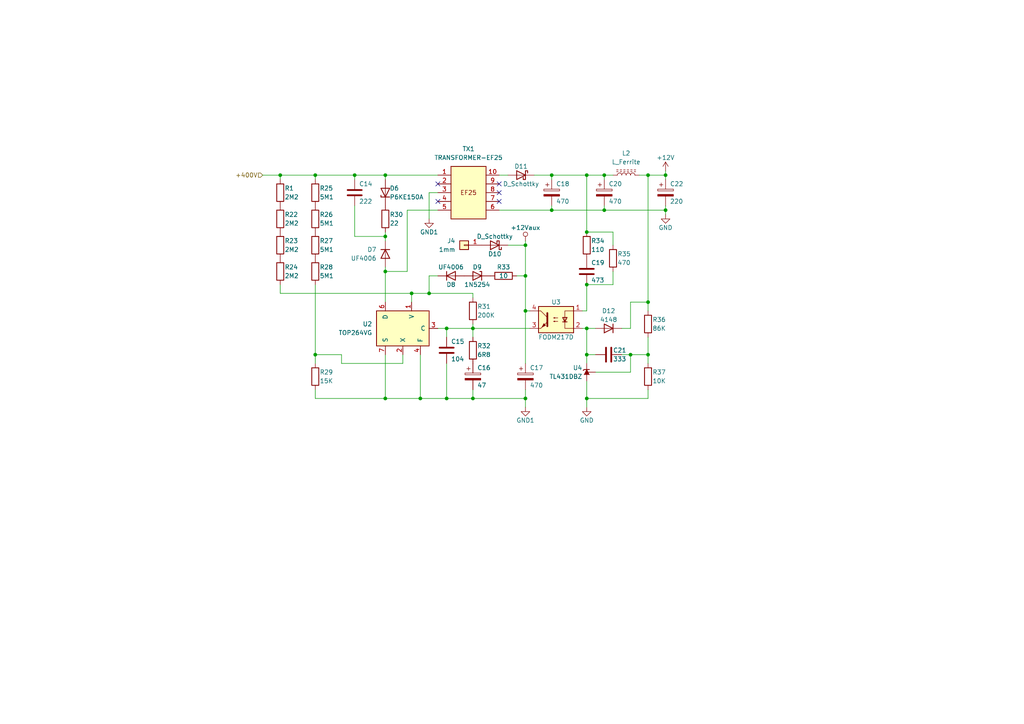
<source format=kicad_sch>
(kicad_sch (version 20211123) (generator eeschema)
  (paper "A4")
  (lib_symbols
    (symbol "Connector_Generic:Conn_01x01" (pin_names (offset 1.016) hide)
      (property "Reference" "J" (at 0 2.54 0))
      (property "Value" "Conn_01x01" (at 0 -2.54 0))
      (symbol "Conn_01x01_1_1"
        (rectangle (start -1.27 0.127) (end 0 -0.127) (stroke (width 0.1524)))
        (rectangle (start -1.27 1.27) (end 1.27 -1.27) (stroke (width 0.254)) (fill (type background)))
        (pin passive line (at -5.08 0 0) (length 3.81) (name "Pin_1") (number "1"))
      )
    )
    (symbol "Device:C" (pin_numbers hide) (pin_names (offset 0.254))
      (property "Reference" "C" (at 0.635 2.54 0))
      (property "Value" "C" (at 0.635 -2.54 0))
      (symbol "C_0_1"
        (polyline (pts (xy -2.032 -0.762) (xy 2.032 -0.762)) (stroke (width 0.508)))
        (polyline (pts (xy -2.032 0.762) (xy 2.032 0.762)) (stroke (width 0.508)))
      )
      (symbol "C_1_1"
        (pin passive line (at 0 3.81 270) (length 2.794) (name "~") (number "1"))
        (pin passive line (at 0 -3.81 90) (length 2.794) (name "~") (number "2"))
      )
    )
    (symbol "Device:C_Polarized" (pin_numbers hide) (pin_names (offset 0.254))
      (property "Reference" "C" (at 0.635 2.54 0))
      (property "Value" "C_Polarized" (at 0.635 -2.54 0))
      (symbol "C_Polarized_0_1"
        (rectangle (start -2.286 0.508) (end 2.286 1.016))
        (polyline (pts (xy -1.778 2.286) (xy -0.762 2.286)))
        (polyline (pts (xy -1.27 2.794) (xy -1.27 1.778)))
        (rectangle (start 2.286 -0.508) (end -2.286 -1.016) (fill (type outline)))
      )
      (symbol "C_Polarized_1_1"
        (pin passive line (at 0 3.81 270) (length 2.794) (name "~") (number "1"))
        (pin passive line (at 0 -3.81 90) (length 2.794) (name "~") (number "2"))
      )
    )
    (symbol "Device:D" (pin_numbers hide) (pin_names (offset 1.016) hide)
      (property "Reference" "D" (at 0 2.54 0))
      (property "Value" "D" (at 0 -2.54 0))
      (symbol "D_0_1"
        (polyline (pts (xy -1.27 1.27) (xy -1.27 -1.27)) (stroke (width 0.254)))
        (polyline (pts (xy 1.27 0) (xy -1.27 0)))
        (polyline (pts (xy 1.27 1.27) (xy 1.27 -1.27) (xy -1.27 0) (xy 1.27 1.27)) (stroke (width 0.254)))
      )
      (symbol "D_1_1"
        (pin passive line (at -3.81 0 0) (length 2.54) (name "K") (number "1"))
        (pin passive line (at 3.81 0 180) (length 2.54) (name "A") (number "2"))
      )
    )
    (symbol "Device:D_Schottky" (pin_numbers hide) (pin_names (offset 1.016) hide)
      (property "Reference" "D" (at 0 2.54 0))
      (property "Value" "D_Schottky" (at 0 -2.54 0))
      (symbol "D_Schottky_0_1"
        (polyline (pts (xy 1.27 0) (xy -1.27 0)))
        (polyline (pts (xy 1.27 1.27) (xy 1.27 -1.27) (xy -1.27 0) (xy 1.27 1.27)) (stroke (width 0.254)))
        (polyline (pts (xy -1.905 0.635) (xy -1.905 1.27) (xy -1.27 1.27) (xy -1.27 -1.27) (xy -0.635 -1.27) (xy -0.635 -0.635)) (stroke (width 0.254)))
      )
      (symbol "D_Schottky_1_1"
        (pin passive line (at -3.81 0 0) (length 2.54) (name "K") (number "1"))
        (pin passive line (at 3.81 0 180) (length 2.54) (name "A") (number "2"))
      )
    )
    (symbol "Device:D_Zener" (pin_numbers hide) (pin_names (offset 1.016) hide)
      (property "Reference" "D" (at 0 2.54 0))
      (property "Value" "D_Zener" (at 0 -2.54 0))
      (symbol "D_Zener_0_1"
        (polyline (pts (xy 1.27 0) (xy -1.27 0)))
        (polyline (pts (xy -1.27 -1.27) (xy -1.27 1.27) (xy -0.762 1.27)) (stroke (width 0.254)))
        (polyline (pts (xy 1.27 -1.27) (xy 1.27 1.27) (xy -1.27 0) (xy 1.27 -1.27)) (stroke (width 0.254)))
      )
      (symbol "D_Zener_1_1"
        (pin passive line (at -3.81 0 0) (length 2.54) (name "K") (number "1"))
        (pin passive line (at 3.81 0 180) (length 2.54) (name "A") (number "2"))
      )
    )
    (symbol "Device:L_Ferrite" (pin_numbers hide) (pin_names (offset 1.016) hide)
      (property "Reference" "L" (at -1.27 0 90))
      (property "Value" "L_Ferrite" (at 2.794 0 90))
      (symbol "L_Ferrite_0_1"
        (arc (start 0 -2.54) (mid 0.635 -1.905) (end 0 -1.27))
        (arc (start 0 -1.27) (mid 0.635 -0.635) (end 0 0))
        (polyline (pts (xy 1.016 -2.794) (xy 1.016 -2.286)))
        (polyline (pts (xy 1.016 -1.778) (xy 1.016 -1.27)))
        (polyline (pts (xy 1.016 -0.762) (xy 1.016 -0.254)))
        (polyline (pts (xy 1.016 0.254) (xy 1.016 0.762)))
        (polyline (pts (xy 1.016 1.27) (xy 1.016 1.778)))
        (polyline (pts (xy 1.016 2.286) (xy 1.016 2.794)))
        (polyline (pts (xy 1.524 -2.286) (xy 1.524 -2.794)))
        (polyline (pts (xy 1.524 -1.27) (xy 1.524 -1.778)))
        (polyline (pts (xy 1.524 -0.254) (xy 1.524 -0.762)))
        (polyline (pts (xy 1.524 0.762) (xy 1.524 0.254)))
        (polyline (pts (xy 1.524 1.778) (xy 1.524 1.27)))
        (polyline (pts (xy 1.524 2.794) (xy 1.524 2.286)))
        (arc (start 0 0) (mid 0.635 0.635) (end 0 1.27))
        (arc (start 0 1.27) (mid 0.635 1.905) (end 0 2.54))
      )
      (symbol "L_Ferrite_1_1"
        (pin passive line (at 0 3.81 270) (length 1.27) (name "1") (number "1"))
        (pin passive line (at 0 -3.81 90) (length 1.27) (name "2") (number "2"))
      )
    )
    (symbol "Device:R" (pin_numbers hide) (pin_names (offset 0))
      (property "Reference" "R" (at 2.032 0 90))
      (property "Value" "R" (at 0 0 90))
      (symbol "R_0_1"
        (rectangle (start -1.016 -2.54) (end 1.016 2.54) (stroke (width 0.254)))
      )
      (symbol "R_1_1"
        (pin passive line (at 0 3.81 270) (length 1.27) (name "~") (number "1"))
        (pin passive line (at 0 -3.81 90) (length 1.27) (name "~") (number "2"))
      )
    )
    (symbol "HR-parts:+12Vaux" (power) (pin_numbers hide) (pin_names (offset 0))
      (property "Value" "+12Vaux" (at 0 3.81 0))
      (symbol "+12Vaux_0_0"
        (pin power_in line (at 0 0 90) (length 0) hide (name "+12Vaux") (number "1"))
      )
      (symbol "+12Vaux_0_1"
        (polyline (pts (xy 0 0) (xy 0 1.27)))
        (circle (center 0 1.905) (radius 0.635))
      )
    )
    (symbol "HR-parts:TRANSFORMER-EF25" (pin_names (offset 1.016))
      (property "Reference" "TX" (at 0 -8.89 0))
      (property "Value" "TRANSFORMER-EF25" (at 0 8.89 0))
      (symbol "TRANSFORMER-EF25_0_0"
        (text "EF25" (at 0 0 0) (effects (font (size 1.27 1.27))))
      )
      (symbol "TRANSFORMER-EF25_0_1"
        (rectangle (start -5.08 7.62) (end 5.08 -7.62) (stroke (width 0.254)) (fill (type background)))
      )
      (symbol "TRANSFORMER-EF25_1_1"
        (pin passive line (at -8.89 5.08 0) (length 3.81) (name "~") (number "1"))
        (pin passive line (at 8.89 5.08 180) (length 3.81) (name "~") (number "10"))
        (pin passive line (at -8.89 2.54 0) (length 3.81) (name "~") (number "2"))
        (pin passive line (at -8.89 0 0) (length 3.81) (name "~") (number "3"))
        (pin passive line (at -8.89 -2.54 0) (length 3.81) (name "~") (number "4"))
        (pin passive line (at -8.89 -5.08 0) (length 3.81) (name "~") (number "5"))
        (pin passive line (at 8.89 -5.08 180) (length 3.81) (name "~") (number "6"))
        (pin passive line (at 8.89 -2.54 180) (length 3.81) (name "~") (number "7"))
        (pin passive line (at 8.89 0 180) (length 3.81) (name "~") (number "8"))
        (pin passive line (at 8.89 2.54 180) (length 3.81) (name "~") (number "9"))
      )
    )
    (symbol "Isolator:FODM217D"
      (property "Reference" "U" (at -5.08 5.08 0))
      (property "Value" "FODM217D" (at 0 5.08 0))
      (symbol "FODM217D_0_1"
        (rectangle (start -5.08 3.81) (end 5.08 -3.81) (stroke (width 0.254)) (fill (type background)))
        (polyline (pts (xy -3.175 -0.635) (xy -1.905 -0.635)) (stroke (width 0.254)))
        (polyline (pts (xy 2.54 0.635) (xy 4.445 2.54)))
        (polyline (pts (xy 4.445 -2.54) (xy 2.54 -0.635)) (fill (type outline)))
        (polyline (pts (xy 4.445 -2.54) (xy 5.08 -2.54)))
        (polyline (pts (xy 4.445 2.54) (xy 5.08 2.54)))
        (polyline (pts (xy -5.08 2.54) (xy -2.54 2.54) (xy -2.54 -0.635)))
        (polyline (pts (xy -2.54 -0.635) (xy -2.54 -2.54) (xy -5.08 -2.54)))
        (polyline (pts (xy 2.54 1.905) (xy 2.54 -1.905) (xy 2.54 -1.905)) (stroke (width 0.508)))
        (polyline (pts (xy -2.54 -0.635) (xy -3.175 0.635) (xy -1.905 0.635) (xy -2.54 -0.635)) (stroke (width 0.254)))
        (polyline (pts (xy -0.508 -0.508) (xy 0.762 -0.508) (xy 0.381 -0.635) (xy 0.381 -0.381) (xy 0.762 -0.508)))
        (polyline (pts (xy -0.508 0.508) (xy 0.762 0.508) (xy 0.381 0.381) (xy 0.381 0.635) (xy 0.762 0.508)))
        (polyline (pts (xy 3.048 -1.651) (xy 3.556 -1.143) (xy 4.064 -2.159) (xy 3.048 -1.651) (xy 3.048 -1.651)) (fill (type outline)))
      )
      (symbol "FODM217D_1_1"
        (pin passive line (at -7.62 2.54 0) (length 2.54) (name "~") (number "1"))
        (pin passive line (at -7.62 -2.54 0) (length 2.54) (name "~") (number "2"))
        (pin passive line (at 7.62 -2.54 180) (length 2.54) (name "~") (number "3"))
        (pin passive line (at 7.62 2.54 180) (length 2.54) (name "~") (number "4"))
      )
    )
    (symbol "Reference_Voltage:TL431DBZ" (pin_numbers hide) (pin_names hide)
      (property "Reference" "U" (at -2.54 2.54 0))
      (property "Value" "TL431DBZ" (at 0 -2.54 0))
      (symbol "TL431DBZ_0_1"
        (polyline (pts (xy -1.27 0) (xy 0 0) (xy 1.27 0)))
        (polyline (pts (xy -0.762 0.762) (xy 0.762 0) (xy -0.762 -0.762)) (fill (type outline)))
        (polyline (pts (xy 0.508 -1.016) (xy 0.762 -0.762) (xy 0.762 0.762) (xy 0.762 0.762)) (stroke (width 0.254)))
      )
      (symbol "TL431DBZ_1_1"
        (pin passive line (at 2.54 0 180) (length 2.54) (name "K") (number "1"))
        (pin passive line (at 0 2.54 270) (length 2.54) (name "REF") (number "2"))
        (pin passive line (at -2.54 0 0) (length 2.54) (name "A") (number "3"))
      )
    )
    (symbol "Regulator_Switching:TOP264VG" (pin_names (offset 1.016))
      (property "Reference" "U" (at 5.08 8.89 0))
      (property "Value" "TOP264VG" (at 5.08 6.35 0))
      (symbol "TOP264VG_0_1"
        (rectangle (start -7.62 5.08) (end 7.62 -5.08) (stroke (width 0.254)) (fill (type background)))
      )
      (symbol "TOP264VG_1_1"
        (pin input line (at 2.54 7.62 270) (length 2.54) (name "V") (number "1"))
        (pin passive line (at -5.08 -7.62 90) (length 2.54) hide (name "S") (number "10"))
        (pin passive line (at -5.08 -7.62 90) (length 2.54) hide (name "S") (number "11"))
        (pin passive line (at -5.08 -7.62 90) (length 2.54) hide (name "S") (number "12"))
        (pin input line (at 0 -7.62 90) (length 2.54) (name "X") (number "2"))
        (pin input line (at 10.16 0 180) (length 2.54) (name "C") (number "3"))
        (pin passive line (at 5.08 -7.62 90) (length 2.54) (name "F") (number "4"))
        (pin open_collector line (at -5.08 7.62 270) (length 2.54) (name "D") (number "6"))
        (pin power_in line (at -5.08 -7.62 90) (length 2.54) (name "S") (number "7"))
        (pin passive line (at -5.08 -7.62 90) (length 2.54) hide (name "S") (number "8"))
        (pin passive line (at -5.08 -7.62 90) (length 2.54) hide (name "S") (number "9"))
      )
    )
    (symbol "power:+12V" (power) (pin_names (offset 0))
      (property "Value" "+12V" (at 0 3.556 0))
      (symbol "+12V_0_1"
        (polyline (pts (xy -0.762 1.27) (xy 0 2.54)))
        (polyline (pts (xy 0 0) (xy 0 2.54)))
        (polyline (pts (xy 0 2.54) (xy 0.762 1.27)))
      )
      (symbol "+12V_1_1"
        (pin power_in line (at 0 0 90) (length 0) hide (name "+12V") (number "1"))
      )
    )
    (symbol "power:GND" (power) (pin_names (offset 0))
      (property "Value" "GND" (at 0 -3.81 0))
      (symbol "GND_0_1"
        (polyline (pts (xy 0 0) (xy 0 -1.27) (xy 1.27 -1.27) (xy 0 -2.54) (xy -1.27 -1.27) (xy 0 -1.27)))
      )
      (symbol "GND_1_1"
        (pin power_in line (at 0 0 270) (length 0) hide (name "GND") (number "1"))
      )
    )
    (symbol "power:GND1" (power) (pin_names (offset 0))
      (property "Value" "GND1" (at 0 -3.81 0))
      (symbol "GND1_0_1"
        (polyline (pts (xy 0 0) (xy 0 -1.27) (xy 1.27 -1.27) (xy 0 -2.54) (xy -1.27 -1.27) (xy 0 -1.27)))
      )
      (symbol "GND1_1_1"
        (pin power_in line (at 0 0 270) (length 0) hide (name "GND1") (number "1"))
      )
    )
  )
  (junction (at 81.28 50.8))
  (junction (at 187.96 102.87))
  (junction (at 129.54 115.57))
  (junction (at 111.76 78.74))
  (junction (at 170.18 95.25))
  (junction (at 91.44 102.87))
  (junction (at 152.4 115.57))
  (junction (at 170.18 82.55))
  (junction (at 182.88 102.87))
  (junction (at 111.76 50.8))
  (junction (at 91.44 50.8))
  (junction (at 175.26 60.96))
  (junction (at 111.76 68.58))
  (junction (at 193.04 50.8))
  (junction (at 121.92 115.57))
  (junction (at 170.18 50.8))
  (junction (at 137.16 95.25))
  (junction (at 124.46 85.09))
  (junction (at 175.26 50.8))
  (junction (at 111.76 115.57))
  (junction (at 193.04 60.96))
  (junction (at 160.02 50.8))
  (junction (at 152.4 90.17))
  (junction (at 137.16 115.57))
  (junction (at 152.4 71.12))
  (junction (at 152.4 80.01))
  (junction (at 187.96 87.63))
  (junction (at 170.18 102.87))
  (junction (at 187.96 50.8))
  (junction (at 170.18 67.31))
  (junction (at 170.18 115.57))
  (junction (at 119.38 85.09))
  (junction (at 129.54 95.25))
  (junction (at 160.02 60.96))
  (junction (at 102.87 50.8))
  (no_connect (at 127 53.34))
  (no_connect (at 127 58.42))
  (no_connect (at 144.78 53.34))
  (no_connect (at 144.78 58.42))
  (no_connect (at 144.78 55.88))
  (wire (pts (xy 129.54 115.57) (xy 137.16 115.57)))
  (wire (pts (xy 81.28 50.8) (xy 81.28 52.07)))
  (wire (pts (xy 121.92 115.57) (xy 129.54 115.57)))
  (wire (pts (xy 111.76 78.74) (xy 118.11 78.74)))
  (wire (pts (xy 160.02 60.96) (xy 160.02 59.69)))
  (wire (pts (xy 137.16 115.57) (xy 137.16 113.03)))
  (wire (pts (xy 91.44 113.03) (xy 91.44 115.57)))
  (wire (pts (xy 127 55.88) (xy 124.46 55.88)))
  (wire (pts (xy 193.04 49.53) (xy 193.04 50.8)))
  (wire (pts (xy 187.96 50.8) (xy 193.04 50.8)))
  (wire (pts (xy 170.18 90.17) (xy 170.18 82.55)))
  (wire (pts (xy 99.06 105.41) (xy 99.06 102.87)))
  (wire (pts (xy 185.42 50.8) (xy 187.96 50.8)))
  (wire (pts (xy 81.28 85.09) (xy 119.38 85.09)))
  (wire (pts (xy 187.96 97.79) (xy 187.96 102.87)))
  (wire (pts (xy 193.04 50.8) (xy 193.04 52.07)))
  (wire (pts (xy 102.87 68.58) (xy 111.76 68.58)))
  (wire (pts (xy 91.44 102.87) (xy 91.44 105.41)))
  (wire (pts (xy 170.18 50.8) (xy 170.18 67.31)))
  (wire (pts (xy 119.38 85.09) (xy 119.38 87.63)))
  (wire (pts (xy 187.96 115.57) (xy 187.96 113.03)))
  (wire (pts (xy 127 80.01) (xy 124.46 80.01)))
  (wire (pts (xy 152.4 71.12) (xy 152.4 80.01)))
  (wire (pts (xy 147.32 71.12) (xy 152.4 71.12)))
  (wire (pts (xy 152.4 90.17) (xy 152.4 105.41)))
  (wire (pts (xy 121.92 115.57) (xy 121.92 102.87)))
  (wire (pts (xy 91.44 50.8) (xy 102.87 50.8)))
  (wire (pts (xy 91.44 82.55) (xy 91.44 102.87)))
  (wire (pts (xy 111.76 77.47) (xy 111.76 78.74)))
  (wire (pts (xy 170.18 50.8) (xy 175.26 50.8)))
  (wire (pts (xy 168.91 95.25) (xy 170.18 95.25)))
  (wire (pts (xy 102.87 59.69) (xy 102.87 68.58)))
  (wire (pts (xy 193.04 60.96) (xy 193.04 62.23)))
  (wire (pts (xy 124.46 55.88) (xy 124.46 63.5)))
  (wire (pts (xy 170.18 115.57) (xy 187.96 115.57)))
  (wire (pts (xy 177.8 82.55) (xy 177.8 78.74)))
  (wire (pts (xy 177.8 67.31) (xy 170.18 67.31)))
  (wire (pts (xy 175.26 50.8) (xy 177.8 50.8)))
  (wire (pts (xy 152.4 115.57) (xy 152.4 118.11)))
  (wire (pts (xy 170.18 95.25) (xy 170.18 102.87)))
  (wire (pts (xy 144.78 50.8) (xy 147.32 50.8)))
  (wire (pts (xy 129.54 95.25) (xy 137.16 95.25)))
  (wire (pts (xy 137.16 93.98) (xy 137.16 95.25)))
  (wire (pts (xy 193.04 60.96) (xy 193.04 59.69)))
  (wire (pts (xy 175.26 50.8) (xy 175.26 52.07)))
  (wire (pts (xy 118.11 60.96) (xy 118.11 78.74)))
  (wire (pts (xy 116.84 105.41) (xy 99.06 105.41)))
  (wire (pts (xy 182.88 95.25) (xy 182.88 87.63)))
  (wire (pts (xy 149.86 80.01) (xy 152.4 80.01)))
  (wire (pts (xy 170.18 115.57) (xy 170.18 118.11)))
  (wire (pts (xy 175.26 60.96) (xy 175.26 59.69)))
  (wire (pts (xy 129.54 95.25) (xy 129.54 97.79)))
  (wire (pts (xy 170.18 110.49) (xy 170.18 115.57)))
  (wire (pts (xy 124.46 85.09) (xy 137.16 85.09)))
  (wire (pts (xy 154.94 50.8) (xy 160.02 50.8)))
  (wire (pts (xy 170.18 102.87) (xy 172.72 102.87)))
  (wire (pts (xy 111.76 115.57) (xy 111.76 102.87)))
  (wire (pts (xy 170.18 82.55) (xy 177.8 82.55)))
  (wire (pts (xy 111.76 52.07) (xy 111.76 50.8)))
  (wire (pts (xy 187.96 102.87) (xy 187.96 105.41)))
  (wire (pts (xy 160.02 60.96) (xy 175.26 60.96)))
  (wire (pts (xy 111.76 78.74) (xy 111.76 87.63)))
  (wire (pts (xy 153.67 90.17) (xy 152.4 90.17)))
  (wire (pts (xy 182.88 87.63) (xy 187.96 87.63)))
  (wire (pts (xy 144.78 60.96) (xy 160.02 60.96)))
  (wire (pts (xy 152.4 69.85) (xy 152.4 71.12)))
  (wire (pts (xy 127 95.25) (xy 129.54 95.25)))
  (wire (pts (xy 99.06 102.87) (xy 91.44 102.87)))
  (wire (pts (xy 124.46 80.01) (xy 124.46 85.09)))
  (wire (pts (xy 76.2 50.8) (xy 81.28 50.8)))
  (wire (pts (xy 91.44 50.8) (xy 91.44 52.07)))
  (wire (pts (xy 168.91 90.17) (xy 170.18 90.17)))
  (wire (pts (xy 177.8 71.12) (xy 177.8 67.31)))
  (wire (pts (xy 129.54 105.41) (xy 129.54 115.57)))
  (wire (pts (xy 180.34 95.25) (xy 182.88 95.25)))
  (wire (pts (xy 170.18 95.25) (xy 172.72 95.25)))
  (wire (pts (xy 182.88 102.87) (xy 180.34 102.87)))
  (wire (pts (xy 137.16 115.57) (xy 152.4 115.57)))
  (wire (pts (xy 160.02 50.8) (xy 160.02 52.07)))
  (wire (pts (xy 137.16 95.25) (xy 153.67 95.25)))
  (wire (pts (xy 91.44 50.8) (xy 81.28 50.8)))
  (wire (pts (xy 187.96 50.8) (xy 187.96 87.63)))
  (wire (pts (xy 187.96 87.63) (xy 187.96 90.17)))
  (wire (pts (xy 152.4 90.17) (xy 152.4 80.01)))
  (wire (pts (xy 182.88 107.95) (xy 182.88 102.87)))
  (wire (pts (xy 172.72 107.95) (xy 182.88 107.95)))
  (wire (pts (xy 111.76 67.31) (xy 111.76 68.58)))
  (wire (pts (xy 137.16 95.25) (xy 137.16 97.79)))
  (wire (pts (xy 137.16 85.09) (xy 137.16 86.36)))
  (wire (pts (xy 102.87 50.8) (xy 102.87 52.07)))
  (wire (pts (xy 119.38 85.09) (xy 124.46 85.09)))
  (wire (pts (xy 111.76 68.58) (xy 111.76 69.85)))
  (wire (pts (xy 111.76 50.8) (xy 127 50.8)))
  (wire (pts (xy 111.76 115.57) (xy 121.92 115.57)))
  (wire (pts (xy 152.4 115.57) (xy 152.4 113.03)))
  (wire (pts (xy 81.28 82.55) (xy 81.28 85.09)))
  (wire (pts (xy 127 60.96) (xy 118.11 60.96)))
  (wire (pts (xy 91.44 115.57) (xy 111.76 115.57)))
  (wire (pts (xy 111.76 50.8) (xy 102.87 50.8)))
  (wire (pts (xy 116.84 102.87) (xy 116.84 105.41)))
  (wire (pts (xy 182.88 102.87) (xy 187.96 102.87)))
  (wire (pts (xy 170.18 102.87) (xy 170.18 105.41)))
  (wire (pts (xy 160.02 50.8) (xy 170.18 50.8)))
  (wire (pts (xy 175.26 60.96) (xy 193.04 60.96)))
  (hierarchical_label "+400V" (shape input) (at 76.2 50.8 180))
  (symbol (lib_id "Device:R") (at 177.8 74.93 0) (unit 1)
    (property "Reference" "R35" (at 179.07 73.66 0) (effects (justify left)))
    (property "Value" "470" (at 179.07 76.2 0) (effects (justify left)))
    (property "Footprint" "Resistor_SMD:R_0805_2012Metric" (effects hide))
  )
  (symbol (lib_id "power:+12V") (at 193.04 49.53 0) (unit 1)
    (property "Reference" "#PWR012" (effects hide))
    (property "Value" "+12V" (at 193.04 45.72 0))
  )
  (symbol (lib_id "Device:R") (at 187.96 93.98 0) (unit 1)
    (property "Reference" "R36" (at 189.23 92.71 0) (effects (justify left)))
    (property "Value" "86K" (at 189.23 95.25 0) (effects (justify left)))
    (property "Footprint" "Resistor_SMD:R_0805_2012Metric" (effects hide))
  )
  (symbol (lib_id "power:GND1") (at 124.46 63.5 0) (unit 1)
    (property "Reference" "#PWR08" (effects hide))
    (property "Value" "GND1" (at 124.46 67.31 0))
  )
  (symbol (lib_id "Isolator:FODM217D") (at 161.29 92.71 0) (mirror y) (unit 1)
    (property "Reference" "U3" (at 161.29 87.63 0))
    (property "Value" "FODM217D" (at 161.29 97.79 0))
    (property "Footprint" "Package_DIP:DIP-4_W10.16mm" (effects hide))
    (property "Datasheet" "https://www.onsemi.com/pub/Collateral/FODM214-D.PDF" (effects hide))
  )
  (symbol (lib_id "Device:R") (at 91.44 78.74 0) (unit 1)
    (property "Reference" "R28" (at 92.71 77.47 0) (effects (justify left)))
    (property "Value" "5M1" (at 92.71 80.01 0) (effects (justify left)))
    (property "Footprint" "Resistor_SMD:R_0805_2012Metric" (effects hide))
  )
  (symbol (lib_id "Device:R") (at 81.28 71.12 0) (unit 1)
    (property "Reference" "R23" (at 82.55 69.85 0) (effects (justify left)))
    (property "Value" "2M2" (at 82.55 72.39 0) (effects (justify left)))
    (property "Footprint" "Resistor_SMD:R_0805_2012Metric" (effects hide))
  )
  (symbol (lib_id "Device:R") (at 91.44 109.22 0) (unit 1)
    (property "Reference" "R29" (at 92.71 107.95 0) (effects (justify left)))
    (property "Value" "15K" (at 92.71 110.49 0) (effects (justify left)))
    (property "Footprint" "Resistor_SMD:R_0805_2012Metric" (effects hide))
  )
  (symbol (lib_id "Device:R") (at 81.28 55.88 0) (unit 1)
    (property "Reference" "R1" (at 82.55 54.61 0) (effects (justify left)))
    (property "Value" "2M2" (at 82.55 57.15 0) (effects (justify left)))
    (property "Footprint" "Resistor_SMD:R_0805_2012Metric" (effects hide))
  )
  (symbol (lib_id "Device:R") (at 137.16 101.6 0) (unit 1)
    (property "Reference" "R32" (at 138.43 100.33 0) (effects (justify left)))
    (property "Value" "6R8" (at 138.43 102.87 0) (effects (justify left)))
    (property "Footprint" "Resistor_SMD:R_0805_2012Metric" (effects hide))
  )
  (symbol (lib_id "Device:D_Zener") (at 111.76 55.88 90) (unit 1)
    (property "Reference" "D6" (at 113.03 54.61 90) (effects (justify right)))
    (property "Value" "P6KE150A" (at 113.03 57.15 90) (effects (justify right)))
    (property "Footprint" "Diode_THT:D_DO-15_P5.08mm_Vertical_KathodeUp" (effects hide))
  )
  (symbol (lib_id "Device:C_Polarized") (at 175.26 55.88 0) (unit 1)
    (property "Reference" "C20" (at 176.53 53.34 0) (effects (justify left)))
    (property "Value" "470" (at 176.53 58.42 0) (effects (justify left)))
    (property "Footprint" "Capacitor_THT:CP_Radial_D10.0mm_P5.00mm" (effects hide))
  )
  (symbol (lib_id "HR-parts:+12Vaux") (at 152.4 69.85 0) (unit 1)
    (property "Reference" "#PWR09" (effects hide))
    (property "Value" "+12Vaux" (at 152.4 66.04 0))
  )
  (symbol (lib_id "Device:R") (at 170.18 71.12 0) (unit 1)
    (property "Reference" "R34" (at 171.45 69.85 0) (effects (justify left)))
    (property "Value" "110" (at 171.45 72.39 0) (effects (justify left)))
    (property "Footprint" "Resistor_SMD:R_0805_2012Metric" (effects hide))
  )
  (symbol (lib_id "Device:R") (at 187.96 109.22 0) (unit 1)
    (property "Reference" "R37" (at 189.23 107.95 0) (effects (justify left)))
    (property "Value" "10K" (at 189.23 110.49 0) (effects (justify left)))
    (property "Footprint" "Resistor_SMD:R_0805_2012Metric" (effects hide))
  )
  (symbol (lib_id "Connector_Generic:Conn_01x01") (at 134.62 71.12 0) (mirror y) (unit 1)
    (property "Reference" "J4" (at 132.08 69.85 0) (effects (justify left)))
    (property "Value" "1mm" (at 132.08 72.39 0) (effects (justify left)))
    (property "Footprint" "Connector_Pin:Pin_D1.0mm_L10.0mm_LooseFit" (effects hide))
  )
  (symbol (lib_id "Device:C") (at 102.87 55.88 0) (unit 1)
    (property "Reference" "C14" (at 104.14 53.34 0) (effects (justify left)))
    (property "Value" "222" (at 104.14 58.42 0) (effects (justify left)))
    (property "Footprint" "Capacitor_THT:C_Disc_D12.5mm_W5.0mm_P7.50mm" (effects hide))
  )
  (symbol (lib_id "Device:R") (at 146.05 80.01 90) (unit 1)
    (property "Reference" "R33" (at 146.05 77.47 90))
    (property "Value" "10" (at 146.05 80.01 90))
    (property "Footprint" "Resistor_SMD:R_0805_2012Metric" (effects hide))
  )
  (symbol (lib_id "Device:R") (at 91.44 71.12 0) (unit 1)
    (property "Reference" "R27" (at 92.71 69.85 0) (effects (justify left)))
    (property "Value" "5M1" (at 92.71 72.39 0) (effects (justify left)))
    (property "Footprint" "Resistor_SMD:R_0805_2012Metric" (effects hide))
  )
  (symbol (lib_id "Device:R") (at 81.28 63.5 0) (unit 1)
    (property "Reference" "R22" (at 82.55 62.23 0) (effects (justify left)))
    (property "Value" "2M2" (at 82.55 64.77 0) (effects (justify left)))
    (property "Footprint" "Resistor_SMD:R_0805_2012Metric" (effects hide))
  )
  (symbol (lib_id "HR-parts:TRANSFORMER-EF25") (at 135.89 55.88 0) (unit 1)
    (property "Reference" "TX1" (at 135.89 43.18 0))
    (property "Value" "TRANSFORMER-EF25" (at 135.89 45.72 0))
    (property "Footprint" "HR Parts:TRANSFORMER_EF25_HORIZONTAL" (effects hide))
  )
  (symbol (lib_id "Device:R") (at 111.76 63.5 0) (unit 1)
    (property "Reference" "R30" (at 113.03 62.23 0) (effects (justify left)))
    (property "Value" "22" (at 113.03 64.77 0) (effects (justify left)))
    (property "Footprint" "Resistor_THT:R_Axial_DIN0414_L11.9mm_D4.5mm_P5.08mm_Vertical" (effects hide))
  )
  (symbol (lib_id "Device:L_Ferrite") (at 181.61 50.8 90) (unit 1)
    (property "Reference" "L2" (at 181.61 44.45 90))
    (property "Value" "L_Ferrite" (at 181.61 46.99 90))
    (property "Footprint" "HR Parts:INDUCTOR_SMD_7x7" (effects hide))
  )
  (symbol (lib_id "Device:D") (at 130.81 80.01 0) (unit 1)
    (property "Reference" "D8" (at 130.81 82.55 0))
    (property "Value" "UF4006" (at 130.81 77.47 0))
    (property "Footprint" "Diode_SMD:D_SOD-123" (effects hide))
  )
  (symbol (lib_id "Regulator_Switching:TOP264VG") (at 116.84 95.25 0) (unit 1)
    (property "Reference" "U2" (at 107.95 93.9799 0) (effects (justify right)))
    (property "Value" "TOP264VG" (at 107.95 96.5199 0) (effects (justify right)))
    (property "Footprint" "Package_DIP:PowerIntegrations_eDIP-12B" (effects hide))
    (property "Datasheet" "https://ac-dc.power.com/sites/default/files/product-docs/topswitch-jx_family_datasheet.pdf" (effects hide))
  )
  (symbol (lib_id "Device:C_Polarized") (at 137.16 109.22 0) (unit 1)
    (property "Reference" "C16" (at 138.43 106.68 0) (effects (justify left)))
    (property "Value" "47" (at 138.43 111.76 0) (effects (justify left)))
    (property "Footprint" "Capacitor_THT:CP_Radial_D5.0mm_P2.00mm" (effects hide))
  )
  (symbol (lib_id "Device:C") (at 129.54 101.6 0) (unit 1)
    (property "Reference" "C15" (at 130.81 99.06 0) (effects (justify left)))
    (property "Value" "104" (at 130.81 104.14 0) (effects (justify left)))
    (property "Footprint" "Capacitor_SMD:C_0805_2012Metric" (effects hide))
  )
  (symbol (lib_id "Device:D_Zener") (at 138.43 80.01 0) (mirror y) (unit 1)
    (property "Reference" "D9" (at 138.43 77.47 0))
    (property "Value" "1N5254" (at 138.43 82.55 0))
    (property "Footprint" "Diode_SMD:D_SOD-123" (effects hide))
  )
  (symbol (lib_id "Device:C") (at 170.18 78.74 0) (unit 1)
    (property "Reference" "C19" (at 171.45 76.2 0) (effects (justify left)))
    (property "Value" "473" (at 171.45 81.28 0) (effects (justify left)))
    (property "Footprint" "Capacitor_SMD:C_0805_2012Metric" (effects hide))
  )
  (symbol (lib_id "Device:C_Polarized") (at 152.4 109.22 0) (unit 1)
    (property "Reference" "C17" (at 153.67 106.68 0) (effects (justify left)))
    (property "Value" "470" (at 153.67 111.76 0) (effects (justify left)))
    (property "Footprint" "Capacitor_THT:CP_Radial_D10.0mm_P5.00mm" (effects hide))
  )
  (symbol (lib_id "Device:D_Schottky") (at 151.13 50.8 0) (mirror y) (unit 1)
    (property "Reference" "D11" (at 151.13 48.26 0))
    (property "Value" "D_Schottky" (at 151.13 53.34 0))
    (property "Footprint" "Diode_THT:D_DO-201AD_P5.08mm_Vertical_KathodeUp" (effects hide))
  )
  (symbol (lib_id "Device:R") (at 91.44 55.88 0) (unit 1)
    (property "Reference" "R25" (at 92.71 54.61 0) (effects (justify left)))
    (property "Value" "5M1" (at 92.71 57.15 0) (effects (justify left)))
    (property "Footprint" "Resistor_SMD:R_0805_2012Metric" (effects hide))
  )
  (symbol (lib_id "Device:R") (at 81.28 78.74 0) (unit 1)
    (property "Reference" "R24" (at 82.55 77.47 0) (effects (justify left)))
    (property "Value" "2M2" (at 82.55 80.01 0) (effects (justify left)))
    (property "Footprint" "Resistor_SMD:R_0805_2012Metric" (effects hide))
  )
  (symbol (lib_id "Device:D") (at 111.76 73.66 270) (unit 1)
    (property "Reference" "D7" (at 109.22 72.39 90) (effects (justify right)))
    (property "Value" "UF4006" (at 109.22 74.93 90) (effects (justify right)))
    (property "Footprint" "Diode_THT:D_DO-41_SOD81_P5.08mm_Vertical_KathodeUp" (effects hide))
  )
  (symbol (lib_id "Device:D") (at 176.53 95.25 180) (unit 1)
    (property "Reference" "D12" (at 176.53 90.17 0))
    (property "Value" "4148" (at 176.53 92.71 0))
    (property "Footprint" "Diode_SMD:D_SOD-123" (effects hide))
  )
  (symbol (lib_id "power:GND") (at 170.18 118.11 0) (unit 1)
    (property "Reference" "#PWR011" (effects hide))
    (property "Value" "GND" (at 170.18 121.92 0))
  )
  (symbol (lib_id "Device:C") (at 176.53 102.87 90) (unit 1)
    (property "Reference" "C21" (at 177.8 101.6 90) (effects (justify right)))
    (property "Value" "333" (at 177.8 104.14 90) (effects (justify right)))
    (property "Footprint" "Capacitor_SMD:C_0805_2012Metric" (effects hide))
  )
  (symbol (lib_id "Reference_Voltage:TL431DBZ") (at 170.18 107.95 270) (mirror x) (unit 1)
    (property "Reference" "U4" (at 168.91 106.68 90) (effects (justify right)))
    (property "Value" "TL431DBZ" (at 168.91 109.22 90) (effects (justify right)))
    (property "Footprint" "Package_TO_SOT_SMD:SOT-23" (effects hide))
    (property "Datasheet" "http://www.ti.com/lit/ds/symlink/tl431.pdf" (effects hide))
  )
  (symbol (lib_id "power:GND1") (at 152.4 118.11 0) (unit 1)
    (property "Reference" "#PWR010" (effects hide))
    (property "Value" "GND1" (at 152.4 121.92 0))
  )
  (symbol (lib_id "power:GND") (at 193.04 62.23 0) (unit 1)
    (property "Reference" "#PWR013" (effects hide))
    (property "Value" "GND" (at 193.04 66.04 0))
  )
  (symbol (lib_id "Device:C_Polarized") (at 193.04 55.88 0) (unit 1)
    (property "Reference" "C22" (at 194.31 53.34 0) (effects (justify left)))
    (property "Value" "220" (at 194.31 58.42 0) (effects (justify left)))
    (property "Footprint" "Capacitor_THT:CP_Radial_D10.0mm_P5.00mm" (effects hide))
  )
  (symbol (lib_id "Device:R") (at 91.44 63.5 0) (unit 1)
    (property "Reference" "R26" (at 92.71 62.23 0) (effects (justify left)))
    (property "Value" "5M1" (at 92.71 64.77 0) (effects (justify left)))
    (property "Footprint" "Resistor_SMD:R_0805_2012Metric" (effects hide))
  )
  (symbol (lib_id "Device:R") (at 137.16 90.17 0) (unit 1)
    (property "Reference" "R31" (at 138.43 88.9 0) (effects (justify left)))
    (property "Value" "200K" (at 138.43 91.44 0) (effects (justify left)))
    (property "Footprint" "Resistor_SMD:R_0805_2012Metric" (effects hide))
  )
  (symbol (lib_id "Device:C_Polarized") (at 160.02 55.88 0) (unit 1)
    (property "Reference" "C18" (at 161.29 53.34 0) (effects (justify left)))
    (property "Value" "470" (at 161.29 58.42 0) (effects (justify left)))
    (property "Footprint" "Capacitor_THT:CP_Radial_D10.0mm_P5.00mm" (effects hide))
  )
  (symbol (lib_id "Device:D_Schottky") (at 143.51 71.12 180) (unit 1)
    (property "Reference" "D10" (at 143.51 73.66 0))
    (property "Value" "D_Schottky" (at 143.51 68.58 0))
    (property "Footprint" "Diode_THT:D_DO-201AD_P5.08mm_Vertical_KathodeUp" (effects hide))
  )
)
</source>
